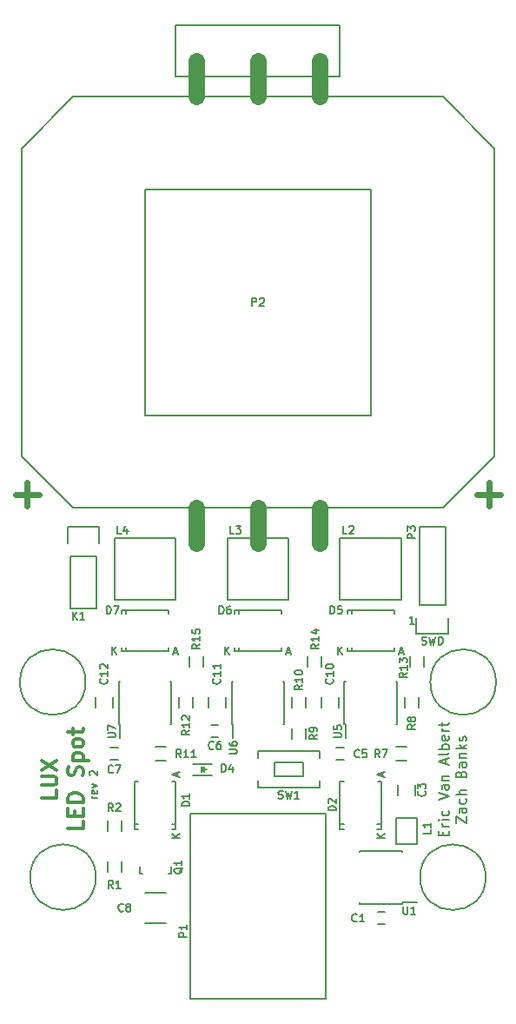
<source format=gto>
G04 #@! TF.FileFunction,Legend,Top*
%FSLAX46Y46*%
G04 Gerber Fmt 4.6, Leading zero omitted, Abs format (unit mm)*
G04 Created by KiCad (PCBNEW 4.0.7) date Sun Apr  1 13:56:06 2018*
%MOMM*%
%LPD*%
G01*
G04 APERTURE LIST*
%ADD10C,0.150000*%
%ADD11C,0.130000*%
%ADD12C,0.200000*%
%ADD13C,0.300000*%
%ADD14C,0.600000*%
%ADD15C,1.600000*%
G04 APERTURE END LIST*
D10*
D11*
X159344714Y-191324427D02*
X158836714Y-191324427D01*
X158981857Y-191324427D02*
X158909286Y-191288142D01*
X158873000Y-191251856D01*
X158836714Y-191179285D01*
X158836714Y-191106713D01*
X159308429Y-190562428D02*
X159344714Y-190634999D01*
X159344714Y-190780142D01*
X159308429Y-190852713D01*
X159235857Y-190888999D01*
X158945571Y-190888999D01*
X158873000Y-190852713D01*
X158836714Y-190780142D01*
X158836714Y-190634999D01*
X158873000Y-190562428D01*
X158945571Y-190526142D01*
X159018143Y-190526142D01*
X159090714Y-190888999D01*
X158836714Y-190272142D02*
X159344714Y-190090713D01*
X158836714Y-189909285D01*
X158655286Y-189074714D02*
X158619000Y-189038428D01*
X158582714Y-188965857D01*
X158582714Y-188784428D01*
X158619000Y-188711857D01*
X158655286Y-188675571D01*
X158727857Y-188639286D01*
X158800429Y-188639286D01*
X158909286Y-188675571D01*
X159344714Y-189111000D01*
X159344714Y-188639286D01*
D12*
X193078571Y-194952382D02*
X193078571Y-194619048D01*
X193602381Y-194476191D02*
X193602381Y-194952382D01*
X192602381Y-194952382D01*
X192602381Y-194476191D01*
X193602381Y-194047620D02*
X192935714Y-194047620D01*
X193126190Y-194047620D02*
X193030952Y-194000001D01*
X192983333Y-193952382D01*
X192935714Y-193857144D01*
X192935714Y-193761905D01*
X193602381Y-193428572D02*
X192935714Y-193428572D01*
X192602381Y-193428572D02*
X192650000Y-193476191D01*
X192697619Y-193428572D01*
X192650000Y-193380953D01*
X192602381Y-193428572D01*
X192697619Y-193428572D01*
X193554762Y-192523810D02*
X193602381Y-192619048D01*
X193602381Y-192809525D01*
X193554762Y-192904763D01*
X193507143Y-192952382D01*
X193411905Y-193000001D01*
X193126190Y-193000001D01*
X193030952Y-192952382D01*
X192983333Y-192904763D01*
X192935714Y-192809525D01*
X192935714Y-192619048D01*
X192983333Y-192523810D01*
X192602381Y-191476191D02*
X193602381Y-191142858D01*
X192602381Y-190809524D01*
X193602381Y-190047619D02*
X193078571Y-190047619D01*
X192983333Y-190095238D01*
X192935714Y-190190476D01*
X192935714Y-190380953D01*
X192983333Y-190476191D01*
X193554762Y-190047619D02*
X193602381Y-190142857D01*
X193602381Y-190380953D01*
X193554762Y-190476191D01*
X193459524Y-190523810D01*
X193364286Y-190523810D01*
X193269048Y-190476191D01*
X193221429Y-190380953D01*
X193221429Y-190142857D01*
X193173810Y-190047619D01*
X192935714Y-189571429D02*
X193602381Y-189571429D01*
X193030952Y-189571429D02*
X192983333Y-189523810D01*
X192935714Y-189428572D01*
X192935714Y-189285714D01*
X192983333Y-189190476D01*
X193078571Y-189142857D01*
X193602381Y-189142857D01*
X193316667Y-187952381D02*
X193316667Y-187476190D01*
X193602381Y-188047619D02*
X192602381Y-187714286D01*
X193602381Y-187380952D01*
X193602381Y-186904762D02*
X193554762Y-187000000D01*
X193459524Y-187047619D01*
X192602381Y-187047619D01*
X193602381Y-186523809D02*
X192602381Y-186523809D01*
X192983333Y-186523809D02*
X192935714Y-186428571D01*
X192935714Y-186238094D01*
X192983333Y-186142856D01*
X193030952Y-186095237D01*
X193126190Y-186047618D01*
X193411905Y-186047618D01*
X193507143Y-186095237D01*
X193554762Y-186142856D01*
X193602381Y-186238094D01*
X193602381Y-186428571D01*
X193554762Y-186523809D01*
X193554762Y-185238094D02*
X193602381Y-185333332D01*
X193602381Y-185523809D01*
X193554762Y-185619047D01*
X193459524Y-185666666D01*
X193078571Y-185666666D01*
X192983333Y-185619047D01*
X192935714Y-185523809D01*
X192935714Y-185333332D01*
X192983333Y-185238094D01*
X193078571Y-185190475D01*
X193173810Y-185190475D01*
X193269048Y-185666666D01*
X193602381Y-184761904D02*
X192935714Y-184761904D01*
X193126190Y-184761904D02*
X193030952Y-184714285D01*
X192983333Y-184666666D01*
X192935714Y-184571428D01*
X192935714Y-184476189D01*
X192935714Y-184285713D02*
X192935714Y-183904761D01*
X192602381Y-184142856D02*
X193459524Y-184142856D01*
X193554762Y-184095237D01*
X193602381Y-183999999D01*
X193602381Y-183904761D01*
X194302381Y-193761905D02*
X194302381Y-193095238D01*
X195302381Y-193761905D01*
X195302381Y-193095238D01*
X195302381Y-192285714D02*
X194778571Y-192285714D01*
X194683333Y-192333333D01*
X194635714Y-192428571D01*
X194635714Y-192619048D01*
X194683333Y-192714286D01*
X195254762Y-192285714D02*
X195302381Y-192380952D01*
X195302381Y-192619048D01*
X195254762Y-192714286D01*
X195159524Y-192761905D01*
X195064286Y-192761905D01*
X194969048Y-192714286D01*
X194921429Y-192619048D01*
X194921429Y-192380952D01*
X194873810Y-192285714D01*
X195254762Y-191380952D02*
X195302381Y-191476190D01*
X195302381Y-191666667D01*
X195254762Y-191761905D01*
X195207143Y-191809524D01*
X195111905Y-191857143D01*
X194826190Y-191857143D01*
X194730952Y-191809524D01*
X194683333Y-191761905D01*
X194635714Y-191666667D01*
X194635714Y-191476190D01*
X194683333Y-191380952D01*
X195302381Y-190952381D02*
X194302381Y-190952381D01*
X195302381Y-190523809D02*
X194778571Y-190523809D01*
X194683333Y-190571428D01*
X194635714Y-190666666D01*
X194635714Y-190809524D01*
X194683333Y-190904762D01*
X194730952Y-190952381D01*
X194778571Y-188952380D02*
X194826190Y-188809523D01*
X194873810Y-188761904D01*
X194969048Y-188714285D01*
X195111905Y-188714285D01*
X195207143Y-188761904D01*
X195254762Y-188809523D01*
X195302381Y-188904761D01*
X195302381Y-189285714D01*
X194302381Y-189285714D01*
X194302381Y-188952380D01*
X194350000Y-188857142D01*
X194397619Y-188809523D01*
X194492857Y-188761904D01*
X194588095Y-188761904D01*
X194683333Y-188809523D01*
X194730952Y-188857142D01*
X194778571Y-188952380D01*
X194778571Y-189285714D01*
X195302381Y-187857142D02*
X194778571Y-187857142D01*
X194683333Y-187904761D01*
X194635714Y-187999999D01*
X194635714Y-188190476D01*
X194683333Y-188285714D01*
X195254762Y-187857142D02*
X195302381Y-187952380D01*
X195302381Y-188190476D01*
X195254762Y-188285714D01*
X195159524Y-188333333D01*
X195064286Y-188333333D01*
X194969048Y-188285714D01*
X194921429Y-188190476D01*
X194921429Y-187952380D01*
X194873810Y-187857142D01*
X194635714Y-187380952D02*
X195302381Y-187380952D01*
X194730952Y-187380952D02*
X194683333Y-187333333D01*
X194635714Y-187238095D01*
X194635714Y-187095237D01*
X194683333Y-186999999D01*
X194778571Y-186952380D01*
X195302381Y-186952380D01*
X195302381Y-186476190D02*
X194302381Y-186476190D01*
X194921429Y-186380952D02*
X195302381Y-186095237D01*
X194635714Y-186095237D02*
X195016667Y-186476190D01*
X195254762Y-185714285D02*
X195302381Y-185619047D01*
X195302381Y-185428571D01*
X195254762Y-185333332D01*
X195159524Y-185285713D01*
X195111905Y-185285713D01*
X195016667Y-185333332D01*
X194969048Y-185428571D01*
X194969048Y-185571428D01*
X194921429Y-185666666D01*
X194826190Y-185714285D01*
X194778571Y-185714285D01*
X194683333Y-185666666D01*
X194635714Y-185571428D01*
X194635714Y-185428571D01*
X194683333Y-185333332D01*
D13*
X155403571Y-190535714D02*
X155403571Y-191250000D01*
X153903571Y-191250000D01*
X153903571Y-190035714D02*
X155117857Y-190035714D01*
X155260714Y-189964286D01*
X155332143Y-189892857D01*
X155403571Y-189750000D01*
X155403571Y-189464286D01*
X155332143Y-189321428D01*
X155260714Y-189250000D01*
X155117857Y-189178571D01*
X153903571Y-189178571D01*
X153903571Y-188607142D02*
X155403571Y-187607142D01*
X153903571Y-187607142D02*
X155403571Y-188607142D01*
X157953571Y-193535714D02*
X157953571Y-194250000D01*
X156453571Y-194250000D01*
X157167857Y-193035714D02*
X157167857Y-192535714D01*
X157953571Y-192321428D02*
X157953571Y-193035714D01*
X156453571Y-193035714D01*
X156453571Y-192321428D01*
X157953571Y-191678571D02*
X156453571Y-191678571D01*
X156453571Y-191321428D01*
X156525000Y-191107143D01*
X156667857Y-190964285D01*
X156810714Y-190892857D01*
X157096429Y-190821428D01*
X157310714Y-190821428D01*
X157596429Y-190892857D01*
X157739286Y-190964285D01*
X157882143Y-191107143D01*
X157953571Y-191321428D01*
X157953571Y-191678571D01*
X157882143Y-189107143D02*
X157953571Y-188892857D01*
X157953571Y-188535714D01*
X157882143Y-188392857D01*
X157810714Y-188321428D01*
X157667857Y-188250000D01*
X157525000Y-188250000D01*
X157382143Y-188321428D01*
X157310714Y-188392857D01*
X157239286Y-188535714D01*
X157167857Y-188821428D01*
X157096429Y-188964286D01*
X157025000Y-189035714D01*
X156882143Y-189107143D01*
X156739286Y-189107143D01*
X156596429Y-189035714D01*
X156525000Y-188964286D01*
X156453571Y-188821428D01*
X156453571Y-188464286D01*
X156525000Y-188250000D01*
X156953571Y-187607143D02*
X158453571Y-187607143D01*
X157025000Y-187607143D02*
X156953571Y-187464286D01*
X156953571Y-187178572D01*
X157025000Y-187035715D01*
X157096429Y-186964286D01*
X157239286Y-186892857D01*
X157667857Y-186892857D01*
X157810714Y-186964286D01*
X157882143Y-187035715D01*
X157953571Y-187178572D01*
X157953571Y-187464286D01*
X157882143Y-187607143D01*
X157953571Y-186035714D02*
X157882143Y-186178572D01*
X157810714Y-186250000D01*
X157667857Y-186321429D01*
X157239286Y-186321429D01*
X157096429Y-186250000D01*
X157025000Y-186178572D01*
X156953571Y-186035714D01*
X156953571Y-185821429D01*
X157025000Y-185678572D01*
X157096429Y-185607143D01*
X157239286Y-185535714D01*
X157667857Y-185535714D01*
X157810714Y-185607143D01*
X157882143Y-185678572D01*
X157953571Y-185821429D01*
X157953571Y-186035714D01*
X156953571Y-185107143D02*
X156953571Y-184535714D01*
X156453571Y-184892857D02*
X157739286Y-184892857D01*
X157882143Y-184821429D01*
X157953571Y-184678571D01*
X157953571Y-184535714D01*
D14*
X151357143Y-161714286D02*
X153642857Y-161714286D01*
X152500000Y-162857143D02*
X152500000Y-160571429D01*
X196357143Y-161714286D02*
X198642857Y-161714286D01*
X197500000Y-162857143D02*
X197500000Y-160571429D01*
D11*
X190217714Y-174344714D02*
X189782286Y-174344714D01*
X190000000Y-174344714D02*
X190000000Y-173582714D01*
X189927429Y-173691571D01*
X189854857Y-173764143D01*
X189782286Y-173800429D01*
X190965858Y-176308429D02*
X191074715Y-176344714D01*
X191256144Y-176344714D01*
X191328715Y-176308429D01*
X191365001Y-176272143D01*
X191401286Y-176199571D01*
X191401286Y-176127000D01*
X191365001Y-176054429D01*
X191328715Y-176018143D01*
X191256144Y-175981857D01*
X191111001Y-175945571D01*
X191038429Y-175909286D01*
X191002144Y-175873000D01*
X190965858Y-175800429D01*
X190965858Y-175727857D01*
X191002144Y-175655286D01*
X191038429Y-175619000D01*
X191111001Y-175582714D01*
X191292429Y-175582714D01*
X191401286Y-175619000D01*
X191655286Y-175582714D02*
X191836715Y-176344714D01*
X191981858Y-175800429D01*
X192127000Y-176344714D01*
X192308429Y-175582714D01*
X192598715Y-176344714D02*
X192598715Y-175582714D01*
X192780143Y-175582714D01*
X192889000Y-175619000D01*
X192961572Y-175691571D01*
X192997857Y-175764143D01*
X193034143Y-175909286D01*
X193034143Y-176018143D01*
X192997857Y-176163286D01*
X192961572Y-176235857D01*
X192889000Y-176308429D01*
X192780143Y-176344714D01*
X192598715Y-176344714D01*
D10*
X183000000Y-121000000D02*
X183000000Y-116000000D01*
X183000000Y-116000000D02*
X167000000Y-116000000D01*
X183000000Y-121000000D02*
X167000000Y-121000000D01*
X167000000Y-121000000D02*
X167000000Y-116000000D01*
D15*
X181000000Y-119500000D02*
X181000000Y-123000000D01*
X175000000Y-119500000D02*
X175000000Y-123000000D01*
X169000000Y-119500000D02*
X169000000Y-123000000D01*
X169000000Y-163000000D02*
X169000000Y-166500000D01*
X175000000Y-163000000D02*
X175000000Y-166500000D01*
X181000000Y-163000000D02*
X181000000Y-166500000D01*
D10*
X164000000Y-154000000D02*
X186000000Y-154000000D01*
X186000000Y-154000000D02*
X186000000Y-132000000D01*
X186000000Y-132000000D02*
X164000000Y-132000000D01*
X164000000Y-132000000D02*
X164000000Y-154000000D01*
X198000000Y-158000000D02*
X198000000Y-128000000D01*
X198000000Y-158000000D02*
X193000000Y-163000000D01*
X157000000Y-123000000D02*
X193000000Y-123000000D01*
X152000000Y-158000000D02*
X152000000Y-128000000D01*
X193000000Y-163000000D02*
X157000000Y-163000000D01*
X157000000Y-163000000D02*
X152000000Y-158000000D01*
X198000000Y-128000000D02*
X193000000Y-123000000D01*
X152000000Y-128000000D02*
X157000000Y-123000000D01*
X159200000Y-199000000D02*
G75*
G03X159200000Y-199000000I-3200000J0D01*
G01*
X197200000Y-199000000D02*
G75*
G03X197200000Y-199000000I-3200000J0D01*
G01*
X198200000Y-180000000D02*
G75*
G03X198200000Y-180000000I-3200000J0D01*
G01*
X158200000Y-180000000D02*
G75*
G03X158200000Y-180000000I-3200000J0D01*
G01*
X186650000Y-202400000D02*
X187350000Y-202400000D01*
X187350000Y-203600000D02*
X186650000Y-203600000D01*
X190350000Y-191000000D02*
X190350000Y-190000000D01*
X188650000Y-190000000D02*
X188650000Y-191000000D01*
X182650000Y-186400000D02*
X183350000Y-186400000D01*
X183350000Y-187600000D02*
X182650000Y-187600000D01*
X171100000Y-185400000D02*
X170400000Y-185400000D01*
X170400000Y-184200000D02*
X171100000Y-184200000D01*
X160650000Y-186400000D02*
X161350000Y-186400000D01*
X161350000Y-187600000D02*
X160650000Y-187600000D01*
X166000000Y-200525000D02*
X164000000Y-200525000D01*
X164000000Y-203475000D02*
X166000000Y-203475000D01*
X182850000Y-182500000D02*
X182850000Y-181500000D01*
X181150000Y-181500000D02*
X181150000Y-182500000D01*
X171850000Y-182500000D02*
X171850000Y-181500000D01*
X170150000Y-181500000D02*
X170150000Y-182500000D01*
X160850000Y-182500000D02*
X160850000Y-181500000D01*
X159150000Y-181500000D02*
X159150000Y-182500000D01*
X166800000Y-194306320D02*
X166600200Y-194306320D01*
X166750000Y-193849280D02*
X166601000Y-193849280D01*
X166800000Y-189703840D02*
X166651000Y-189703840D01*
X163200000Y-194301240D02*
X163349000Y-194301240D01*
X163200000Y-193849280D02*
X163349000Y-193849280D01*
X163200000Y-189698760D02*
X163349000Y-189698760D01*
X166948980Y-193849280D02*
X166750860Y-193849280D01*
X163001020Y-193849280D02*
X163199140Y-193849280D01*
X166996440Y-189703840D02*
X166798320Y-189703840D01*
X166996440Y-194306320D02*
X166996440Y-189703840D01*
X166996440Y-194306320D02*
X166798320Y-194306320D01*
X163001020Y-194301240D02*
X163199140Y-194301240D01*
X163001020Y-194301240D02*
X163001020Y-189698760D01*
X163001020Y-189698760D02*
X163199140Y-189698760D01*
X186800000Y-194306320D02*
X186600200Y-194306320D01*
X186750000Y-193849280D02*
X186601000Y-193849280D01*
X186800000Y-189703840D02*
X186651000Y-189703840D01*
X183200000Y-194301240D02*
X183349000Y-194301240D01*
X183200000Y-193849280D02*
X183349000Y-193849280D01*
X183200000Y-189698760D02*
X183349000Y-189698760D01*
X186948980Y-193849280D02*
X186750860Y-193849280D01*
X183001020Y-193849280D02*
X183199140Y-193849280D01*
X186996440Y-189703840D02*
X186798320Y-189703840D01*
X186996440Y-194306320D02*
X186996440Y-189703840D01*
X186996440Y-194306320D02*
X186798320Y-194306320D01*
X183001020Y-194301240D02*
X183199140Y-194301240D01*
X183001020Y-194301240D02*
X183001020Y-189698760D01*
X183001020Y-189698760D02*
X183199140Y-189698760D01*
X168649300Y-189050000D02*
X170549300Y-189050000D01*
X168649300Y-187950000D02*
X170549300Y-187950000D01*
X169549300Y-188500000D02*
X169999300Y-188500000D01*
X169499300Y-188250000D02*
X169499300Y-188750000D01*
X169499300Y-188500000D02*
X169749300Y-188250000D01*
X169749300Y-188250000D02*
X169749300Y-188750000D01*
X169749300Y-188750000D02*
X169499300Y-188500000D01*
X183693680Y-176800000D02*
X183693680Y-176600200D01*
X184150720Y-176750000D02*
X184150720Y-176601000D01*
X188296160Y-176800000D02*
X188296160Y-176651000D01*
X183698760Y-173200000D02*
X183698760Y-173349000D01*
X184150720Y-173200000D02*
X184150720Y-173349000D01*
X188301240Y-173200000D02*
X188301240Y-173349000D01*
X184150720Y-176948980D02*
X184150720Y-176750860D01*
X184150720Y-173001020D02*
X184150720Y-173199140D01*
X188296160Y-176996440D02*
X188296160Y-176798320D01*
X183693680Y-176996440D02*
X188296160Y-176996440D01*
X183693680Y-176996440D02*
X183693680Y-176798320D01*
X183698760Y-173001020D02*
X183698760Y-173199140D01*
X183698760Y-173001020D02*
X188301240Y-173001020D01*
X188301240Y-173001020D02*
X188301240Y-173199140D01*
X172693680Y-176800000D02*
X172693680Y-176600200D01*
X173150720Y-176750000D02*
X173150720Y-176601000D01*
X177296160Y-176800000D02*
X177296160Y-176651000D01*
X172698760Y-173200000D02*
X172698760Y-173349000D01*
X173150720Y-173200000D02*
X173150720Y-173349000D01*
X177301240Y-173200000D02*
X177301240Y-173349000D01*
X173150720Y-176948980D02*
X173150720Y-176750860D01*
X173150720Y-173001020D02*
X173150720Y-173199140D01*
X177296160Y-176996440D02*
X177296160Y-176798320D01*
X172693680Y-176996440D02*
X177296160Y-176996440D01*
X172693680Y-176996440D02*
X172693680Y-176798320D01*
X172698760Y-173001020D02*
X172698760Y-173199140D01*
X172698760Y-173001020D02*
X177301240Y-173001020D01*
X177301240Y-173001020D02*
X177301240Y-173199140D01*
X161693680Y-176800000D02*
X161693680Y-176600200D01*
X162150720Y-176750000D02*
X162150720Y-176601000D01*
X166296160Y-176800000D02*
X166296160Y-176651000D01*
X161698760Y-173200000D02*
X161698760Y-173349000D01*
X162150720Y-173200000D02*
X162150720Y-173349000D01*
X166301240Y-173200000D02*
X166301240Y-173349000D01*
X162150720Y-176948980D02*
X162150720Y-176750860D01*
X162150720Y-173001020D02*
X162150720Y-173199140D01*
X166296160Y-176996440D02*
X166296160Y-176798320D01*
X161693680Y-176996440D02*
X166296160Y-176996440D01*
X161693680Y-176996440D02*
X161693680Y-176798320D01*
X161698760Y-173001020D02*
X161698760Y-173199140D01*
X161698760Y-173001020D02*
X166301240Y-173001020D01*
X166301240Y-173001020D02*
X166301240Y-173199140D01*
X156730000Y-167730000D02*
X156730000Y-172810000D01*
X156730000Y-172810000D02*
X159270000Y-172810000D01*
X159270000Y-172810000D02*
X159270000Y-167730000D01*
X159550000Y-164910000D02*
X159550000Y-166460000D01*
X159270000Y-167730000D02*
X156730000Y-167730000D01*
X156450000Y-166460000D02*
X156450000Y-164910000D01*
X156450000Y-164910000D02*
X159550000Y-164910000D01*
X188500000Y-193250000D02*
X190500000Y-193250000D01*
X190500000Y-193250000D02*
X190500000Y-195750000D01*
X190500000Y-195750000D02*
X188500000Y-195750000D01*
X188500000Y-195750000D02*
X188500000Y-193250000D01*
X183000000Y-166000000D02*
X189000000Y-166000000D01*
X189000000Y-166000000D02*
X189000000Y-172000000D01*
X189000000Y-172000000D02*
X183000000Y-172000000D01*
X183000000Y-172000000D02*
X183000000Y-166000000D01*
X172000000Y-166000000D02*
X178000000Y-166000000D01*
X178000000Y-166000000D02*
X178000000Y-172000000D01*
X178000000Y-172000000D02*
X172000000Y-172000000D01*
X172000000Y-172000000D02*
X172000000Y-166000000D01*
X161000000Y-166000000D02*
X167000000Y-166000000D01*
X167000000Y-166000000D02*
X167000000Y-172000000D01*
X167000000Y-172000000D02*
X161000000Y-172000000D01*
X161000000Y-172000000D02*
X161000000Y-166000000D01*
X168400000Y-192840000D02*
X181600000Y-192840000D01*
X181600000Y-192840000D02*
X181600000Y-210850000D01*
X181600000Y-210850000D02*
X168400000Y-210850000D01*
X168400000Y-210850000D02*
X168400000Y-192840000D01*
X193270000Y-172480000D02*
X193270000Y-164860000D01*
X190730000Y-172480000D02*
X190730000Y-164860000D01*
X190450000Y-175300000D02*
X190450000Y-173750000D01*
X193270000Y-164860000D02*
X190730000Y-164860000D01*
X190730000Y-172480000D02*
X193270000Y-172480000D01*
X193550000Y-173750000D02*
X193550000Y-175300000D01*
X193550000Y-175300000D02*
X190450000Y-175300000D01*
X163700840Y-198650240D02*
X163749100Y-198650240D01*
X166499820Y-197949200D02*
X166499820Y-198650240D01*
X166499820Y-198650240D02*
X166250900Y-198650240D01*
X163700840Y-198650240D02*
X163500180Y-198650240D01*
X163500180Y-198650240D02*
X163500180Y-197949200D01*
X160325000Y-198500000D02*
X160325000Y-197500000D01*
X161675000Y-197500000D02*
X161675000Y-198500000D01*
X161675000Y-193500000D02*
X161675000Y-194500000D01*
X160325000Y-194500000D02*
X160325000Y-193500000D01*
X188500000Y-186325000D02*
X189500000Y-186325000D01*
X189500000Y-187675000D02*
X188500000Y-187675000D01*
X190675000Y-181500000D02*
X190675000Y-182500000D01*
X189325000Y-182500000D02*
X189325000Y-181500000D01*
X178325000Y-185500000D02*
X178325000Y-184500000D01*
X179675000Y-184500000D02*
X179675000Y-185500000D01*
X179675000Y-181500000D02*
X179675000Y-182500000D01*
X178325000Y-182500000D02*
X178325000Y-181500000D01*
X165000000Y-186325000D02*
X166000000Y-186325000D01*
X166000000Y-187675000D02*
X165000000Y-187675000D01*
X168675000Y-181500000D02*
X168675000Y-182500000D01*
X167325000Y-182500000D02*
X167325000Y-181500000D01*
X189825000Y-178500000D02*
X189825000Y-177500000D01*
X191175000Y-177500000D02*
X191175000Y-178500000D01*
X179825000Y-178500000D02*
X179825000Y-177500000D01*
X181175000Y-177500000D02*
X181175000Y-178500000D01*
X168325000Y-178500000D02*
X168325000Y-177500000D01*
X169675000Y-177500000D02*
X169675000Y-178500000D01*
X179400000Y-189200000D02*
X176600000Y-189200000D01*
X176600000Y-189200000D02*
X176600000Y-187800000D01*
X176600000Y-187800000D02*
X179400000Y-187800000D01*
X179400000Y-187800000D02*
X179400000Y-189200000D01*
X175000000Y-190250000D02*
X175000000Y-189600000D01*
X175000000Y-186750000D02*
X175000000Y-187400000D01*
X181000000Y-187400000D02*
X181000000Y-186750000D01*
X181000000Y-190250000D02*
X181000000Y-189600000D01*
X175000000Y-190250000D02*
X181000000Y-190250000D01*
X181000000Y-186750000D02*
X175000000Y-186750000D01*
X189075000Y-201575000D02*
X189075000Y-201430000D01*
X184925000Y-201575000D02*
X184925000Y-201430000D01*
X184925000Y-196425000D02*
X184925000Y-196570000D01*
X189075000Y-196425000D02*
X189075000Y-196570000D01*
X189075000Y-201575000D02*
X184925000Y-201575000D01*
X189075000Y-196425000D02*
X184925000Y-196425000D01*
X189075000Y-201430000D02*
X190475000Y-201430000D01*
X183425000Y-184075000D02*
X183570000Y-184075000D01*
X183425000Y-179925000D02*
X183570000Y-179925000D01*
X188575000Y-179925000D02*
X188430000Y-179925000D01*
X188575000Y-184075000D02*
X188430000Y-184075000D01*
X183425000Y-184075000D02*
X183425000Y-179925000D01*
X188575000Y-184075000D02*
X188575000Y-179925000D01*
X183570000Y-184075000D02*
X183570000Y-185475000D01*
X172425000Y-184075000D02*
X172570000Y-184075000D01*
X172425000Y-179925000D02*
X172570000Y-179925000D01*
X177575000Y-179925000D02*
X177430000Y-179925000D01*
X177575000Y-184075000D02*
X177430000Y-184075000D01*
X172425000Y-184075000D02*
X172425000Y-179925000D01*
X177575000Y-184075000D02*
X177575000Y-179925000D01*
X172570000Y-184075000D02*
X172570000Y-185475000D01*
X161425000Y-184075000D02*
X161570000Y-184075000D01*
X161425000Y-179925000D02*
X161570000Y-179925000D01*
X166575000Y-179925000D02*
X166430000Y-179925000D01*
X166575000Y-184075000D02*
X166430000Y-184075000D01*
X161425000Y-184075000D02*
X161425000Y-179925000D01*
X166575000Y-184075000D02*
X166575000Y-179925000D01*
X161570000Y-184075000D02*
X161570000Y-185475000D01*
D11*
X174437572Y-143344714D02*
X174437572Y-142582714D01*
X174727857Y-142582714D01*
X174800429Y-142619000D01*
X174836714Y-142655286D01*
X174873000Y-142727857D01*
X174873000Y-142836714D01*
X174836714Y-142909286D01*
X174800429Y-142945571D01*
X174727857Y-142981857D01*
X174437572Y-142981857D01*
X175163286Y-142655286D02*
X175199572Y-142619000D01*
X175272143Y-142582714D01*
X175453572Y-142582714D01*
X175526143Y-142619000D01*
X175562429Y-142655286D01*
X175598714Y-142727857D01*
X175598714Y-142800429D01*
X175562429Y-142909286D01*
X175127000Y-143344714D01*
X175598714Y-143344714D01*
X184623000Y-203272143D02*
X184586714Y-203308429D01*
X184477857Y-203344714D01*
X184405286Y-203344714D01*
X184296429Y-203308429D01*
X184223857Y-203235857D01*
X184187572Y-203163286D01*
X184151286Y-203018143D01*
X184151286Y-202909286D01*
X184187572Y-202764143D01*
X184223857Y-202691571D01*
X184296429Y-202619000D01*
X184405286Y-202582714D01*
X184477857Y-202582714D01*
X184586714Y-202619000D01*
X184623000Y-202655286D01*
X185348714Y-203344714D02*
X184913286Y-203344714D01*
X185131000Y-203344714D02*
X185131000Y-202582714D01*
X185058429Y-202691571D01*
X184985857Y-202764143D01*
X184913286Y-202800429D01*
X191272143Y-190627000D02*
X191308429Y-190663286D01*
X191344714Y-190772143D01*
X191344714Y-190844714D01*
X191308429Y-190953571D01*
X191235857Y-191026143D01*
X191163286Y-191062428D01*
X191018143Y-191098714D01*
X190909286Y-191098714D01*
X190764143Y-191062428D01*
X190691571Y-191026143D01*
X190619000Y-190953571D01*
X190582714Y-190844714D01*
X190582714Y-190772143D01*
X190619000Y-190663286D01*
X190655286Y-190627000D01*
X190582714Y-190373000D02*
X190582714Y-189901286D01*
X190873000Y-190155286D01*
X190873000Y-190046428D01*
X190909286Y-189973857D01*
X190945571Y-189937571D01*
X191018143Y-189901286D01*
X191199571Y-189901286D01*
X191272143Y-189937571D01*
X191308429Y-189973857D01*
X191344714Y-190046428D01*
X191344714Y-190264143D01*
X191308429Y-190336714D01*
X191272143Y-190373000D01*
X184873000Y-187272143D02*
X184836714Y-187308429D01*
X184727857Y-187344714D01*
X184655286Y-187344714D01*
X184546429Y-187308429D01*
X184473857Y-187235857D01*
X184437572Y-187163286D01*
X184401286Y-187018143D01*
X184401286Y-186909286D01*
X184437572Y-186764143D01*
X184473857Y-186691571D01*
X184546429Y-186619000D01*
X184655286Y-186582714D01*
X184727857Y-186582714D01*
X184836714Y-186619000D01*
X184873000Y-186655286D01*
X185562429Y-186582714D02*
X185199572Y-186582714D01*
X185163286Y-186945571D01*
X185199572Y-186909286D01*
X185272143Y-186873000D01*
X185453572Y-186873000D01*
X185526143Y-186909286D01*
X185562429Y-186945571D01*
X185598714Y-187018143D01*
X185598714Y-187199571D01*
X185562429Y-187272143D01*
X185526143Y-187308429D01*
X185453572Y-187344714D01*
X185272143Y-187344714D01*
X185199572Y-187308429D01*
X185163286Y-187272143D01*
X170673000Y-186472143D02*
X170636714Y-186508429D01*
X170527857Y-186544714D01*
X170455286Y-186544714D01*
X170346429Y-186508429D01*
X170273857Y-186435857D01*
X170237572Y-186363286D01*
X170201286Y-186218143D01*
X170201286Y-186109286D01*
X170237572Y-185964143D01*
X170273857Y-185891571D01*
X170346429Y-185819000D01*
X170455286Y-185782714D01*
X170527857Y-185782714D01*
X170636714Y-185819000D01*
X170673000Y-185855286D01*
X171326143Y-185782714D02*
X171181000Y-185782714D01*
X171108429Y-185819000D01*
X171072143Y-185855286D01*
X170999572Y-185964143D01*
X170963286Y-186109286D01*
X170963286Y-186399571D01*
X170999572Y-186472143D01*
X171035857Y-186508429D01*
X171108429Y-186544714D01*
X171253572Y-186544714D01*
X171326143Y-186508429D01*
X171362429Y-186472143D01*
X171398714Y-186399571D01*
X171398714Y-186218143D01*
X171362429Y-186145571D01*
X171326143Y-186109286D01*
X171253572Y-186073000D01*
X171108429Y-186073000D01*
X171035857Y-186109286D01*
X170999572Y-186145571D01*
X170963286Y-186218143D01*
X160873000Y-188772143D02*
X160836714Y-188808429D01*
X160727857Y-188844714D01*
X160655286Y-188844714D01*
X160546429Y-188808429D01*
X160473857Y-188735857D01*
X160437572Y-188663286D01*
X160401286Y-188518143D01*
X160401286Y-188409286D01*
X160437572Y-188264143D01*
X160473857Y-188191571D01*
X160546429Y-188119000D01*
X160655286Y-188082714D01*
X160727857Y-188082714D01*
X160836714Y-188119000D01*
X160873000Y-188155286D01*
X161127000Y-188082714D02*
X161635000Y-188082714D01*
X161308429Y-188844714D01*
X161873000Y-202272143D02*
X161836714Y-202308429D01*
X161727857Y-202344714D01*
X161655286Y-202344714D01*
X161546429Y-202308429D01*
X161473857Y-202235857D01*
X161437572Y-202163286D01*
X161401286Y-202018143D01*
X161401286Y-201909286D01*
X161437572Y-201764143D01*
X161473857Y-201691571D01*
X161546429Y-201619000D01*
X161655286Y-201582714D01*
X161727857Y-201582714D01*
X161836714Y-201619000D01*
X161873000Y-201655286D01*
X162308429Y-201909286D02*
X162235857Y-201873000D01*
X162199572Y-201836714D01*
X162163286Y-201764143D01*
X162163286Y-201727857D01*
X162199572Y-201655286D01*
X162235857Y-201619000D01*
X162308429Y-201582714D01*
X162453572Y-201582714D01*
X162526143Y-201619000D01*
X162562429Y-201655286D01*
X162598714Y-201727857D01*
X162598714Y-201764143D01*
X162562429Y-201836714D01*
X162526143Y-201873000D01*
X162453572Y-201909286D01*
X162308429Y-201909286D01*
X162235857Y-201945571D01*
X162199572Y-201981857D01*
X162163286Y-202054429D01*
X162163286Y-202199571D01*
X162199572Y-202272143D01*
X162235857Y-202308429D01*
X162308429Y-202344714D01*
X162453572Y-202344714D01*
X162526143Y-202308429D01*
X162562429Y-202272143D01*
X162598714Y-202199571D01*
X162598714Y-202054429D01*
X162562429Y-201981857D01*
X162526143Y-201945571D01*
X162453572Y-201909286D01*
X182272143Y-179689857D02*
X182308429Y-179726143D01*
X182344714Y-179835000D01*
X182344714Y-179907571D01*
X182308429Y-180016428D01*
X182235857Y-180089000D01*
X182163286Y-180125285D01*
X182018143Y-180161571D01*
X181909286Y-180161571D01*
X181764143Y-180125285D01*
X181691571Y-180089000D01*
X181619000Y-180016428D01*
X181582714Y-179907571D01*
X181582714Y-179835000D01*
X181619000Y-179726143D01*
X181655286Y-179689857D01*
X182344714Y-178964143D02*
X182344714Y-179399571D01*
X182344714Y-179181857D02*
X181582714Y-179181857D01*
X181691571Y-179254428D01*
X181764143Y-179327000D01*
X181800429Y-179399571D01*
X181582714Y-178492429D02*
X181582714Y-178419857D01*
X181619000Y-178347286D01*
X181655286Y-178311000D01*
X181727857Y-178274714D01*
X181873000Y-178238429D01*
X182054429Y-178238429D01*
X182199571Y-178274714D01*
X182272143Y-178311000D01*
X182308429Y-178347286D01*
X182344714Y-178419857D01*
X182344714Y-178492429D01*
X182308429Y-178565000D01*
X182272143Y-178601286D01*
X182199571Y-178637571D01*
X182054429Y-178673857D01*
X181873000Y-178673857D01*
X181727857Y-178637571D01*
X181655286Y-178601286D01*
X181619000Y-178565000D01*
X181582714Y-178492429D01*
X171272143Y-179689857D02*
X171308429Y-179726143D01*
X171344714Y-179835000D01*
X171344714Y-179907571D01*
X171308429Y-180016428D01*
X171235857Y-180089000D01*
X171163286Y-180125285D01*
X171018143Y-180161571D01*
X170909286Y-180161571D01*
X170764143Y-180125285D01*
X170691571Y-180089000D01*
X170619000Y-180016428D01*
X170582714Y-179907571D01*
X170582714Y-179835000D01*
X170619000Y-179726143D01*
X170655286Y-179689857D01*
X171344714Y-178964143D02*
X171344714Y-179399571D01*
X171344714Y-179181857D02*
X170582714Y-179181857D01*
X170691571Y-179254428D01*
X170764143Y-179327000D01*
X170800429Y-179399571D01*
X171344714Y-178238429D02*
X171344714Y-178673857D01*
X171344714Y-178456143D02*
X170582714Y-178456143D01*
X170691571Y-178528714D01*
X170764143Y-178601286D01*
X170800429Y-178673857D01*
X160272143Y-179689857D02*
X160308429Y-179726143D01*
X160344714Y-179835000D01*
X160344714Y-179907571D01*
X160308429Y-180016428D01*
X160235857Y-180089000D01*
X160163286Y-180125285D01*
X160018143Y-180161571D01*
X159909286Y-180161571D01*
X159764143Y-180125285D01*
X159691571Y-180089000D01*
X159619000Y-180016428D01*
X159582714Y-179907571D01*
X159582714Y-179835000D01*
X159619000Y-179726143D01*
X159655286Y-179689857D01*
X160344714Y-178964143D02*
X160344714Y-179399571D01*
X160344714Y-179181857D02*
X159582714Y-179181857D01*
X159691571Y-179254428D01*
X159764143Y-179327000D01*
X159800429Y-179399571D01*
X159655286Y-178673857D02*
X159619000Y-178637571D01*
X159582714Y-178565000D01*
X159582714Y-178383571D01*
X159619000Y-178311000D01*
X159655286Y-178274714D01*
X159727857Y-178238429D01*
X159800429Y-178238429D01*
X159909286Y-178274714D01*
X160344714Y-178710143D01*
X160344714Y-178238429D01*
X168344714Y-192062428D02*
X167582714Y-192062428D01*
X167582714Y-191881000D01*
X167619000Y-191772143D01*
X167691571Y-191699571D01*
X167764143Y-191663286D01*
X167909286Y-191627000D01*
X168018143Y-191627000D01*
X168163286Y-191663286D01*
X168235857Y-191699571D01*
X168308429Y-191772143D01*
X168344714Y-191881000D01*
X168344714Y-192062428D01*
X168344714Y-190901286D02*
X168344714Y-191336714D01*
X168344714Y-191119000D02*
X167582714Y-191119000D01*
X167691571Y-191191571D01*
X167764143Y-191264143D01*
X167800429Y-191336714D01*
X167344714Y-195199571D02*
X166582714Y-195199571D01*
X167344714Y-194764143D02*
X166909286Y-195090714D01*
X166582714Y-194764143D02*
X167018143Y-195199571D01*
X167127000Y-189181428D02*
X167127000Y-188818571D01*
X167344714Y-189254000D02*
X166582714Y-189000000D01*
X167344714Y-188746000D01*
X182594714Y-192512428D02*
X181832714Y-192512428D01*
X181832714Y-192331000D01*
X181869000Y-192222143D01*
X181941571Y-192149571D01*
X182014143Y-192113286D01*
X182159286Y-192077000D01*
X182268143Y-192077000D01*
X182413286Y-192113286D01*
X182485857Y-192149571D01*
X182558429Y-192222143D01*
X182594714Y-192331000D01*
X182594714Y-192512428D01*
X181905286Y-191786714D02*
X181869000Y-191750428D01*
X181832714Y-191677857D01*
X181832714Y-191496428D01*
X181869000Y-191423857D01*
X181905286Y-191387571D01*
X181977857Y-191351286D01*
X182050429Y-191351286D01*
X182159286Y-191387571D01*
X182594714Y-191823000D01*
X182594714Y-191351286D01*
X187344714Y-195199571D02*
X186582714Y-195199571D01*
X187344714Y-194764143D02*
X186909286Y-195090714D01*
X186582714Y-194764143D02*
X187018143Y-195199571D01*
X187127000Y-189181428D02*
X187127000Y-188818571D01*
X187344714Y-189254000D02*
X186582714Y-189000000D01*
X187344714Y-188746000D01*
X171437572Y-188744714D02*
X171437572Y-187982714D01*
X171619000Y-187982714D01*
X171727857Y-188019000D01*
X171800429Y-188091571D01*
X171836714Y-188164143D01*
X171873000Y-188309286D01*
X171873000Y-188418143D01*
X171836714Y-188563286D01*
X171800429Y-188635857D01*
X171727857Y-188708429D01*
X171619000Y-188744714D01*
X171437572Y-188744714D01*
X172526143Y-188236714D02*
X172526143Y-188744714D01*
X172344714Y-187946429D02*
X172163286Y-188490714D01*
X172635000Y-188490714D01*
X182037572Y-173344714D02*
X182037572Y-172582714D01*
X182219000Y-172582714D01*
X182327857Y-172619000D01*
X182400429Y-172691571D01*
X182436714Y-172764143D01*
X182473000Y-172909286D01*
X182473000Y-173018143D01*
X182436714Y-173163286D01*
X182400429Y-173235857D01*
X182327857Y-173308429D01*
X182219000Y-173344714D01*
X182037572Y-173344714D01*
X183162429Y-172582714D02*
X182799572Y-172582714D01*
X182763286Y-172945571D01*
X182799572Y-172909286D01*
X182872143Y-172873000D01*
X183053572Y-172873000D01*
X183126143Y-172909286D01*
X183162429Y-172945571D01*
X183198714Y-173018143D01*
X183198714Y-173199571D01*
X183162429Y-173272143D01*
X183126143Y-173308429D01*
X183053572Y-173344714D01*
X182872143Y-173344714D01*
X182799572Y-173308429D01*
X182763286Y-173272143D01*
X182800429Y-177344714D02*
X182800429Y-176582714D01*
X183235857Y-177344714D02*
X182909286Y-176909286D01*
X183235857Y-176582714D02*
X182800429Y-177018143D01*
X188818572Y-177127000D02*
X189181429Y-177127000D01*
X188746000Y-177344714D02*
X189000000Y-176582714D01*
X189254000Y-177344714D01*
X171237572Y-173344714D02*
X171237572Y-172582714D01*
X171419000Y-172582714D01*
X171527857Y-172619000D01*
X171600429Y-172691571D01*
X171636714Y-172764143D01*
X171673000Y-172909286D01*
X171673000Y-173018143D01*
X171636714Y-173163286D01*
X171600429Y-173235857D01*
X171527857Y-173308429D01*
X171419000Y-173344714D01*
X171237572Y-173344714D01*
X172326143Y-172582714D02*
X172181000Y-172582714D01*
X172108429Y-172619000D01*
X172072143Y-172655286D01*
X171999572Y-172764143D01*
X171963286Y-172909286D01*
X171963286Y-173199571D01*
X171999572Y-173272143D01*
X172035857Y-173308429D01*
X172108429Y-173344714D01*
X172253572Y-173344714D01*
X172326143Y-173308429D01*
X172362429Y-173272143D01*
X172398714Y-173199571D01*
X172398714Y-173018143D01*
X172362429Y-172945571D01*
X172326143Y-172909286D01*
X172253572Y-172873000D01*
X172108429Y-172873000D01*
X172035857Y-172909286D01*
X171999572Y-172945571D01*
X171963286Y-173018143D01*
X171800429Y-177344714D02*
X171800429Y-176582714D01*
X172235857Y-177344714D02*
X171909286Y-176909286D01*
X172235857Y-176582714D02*
X171800429Y-177018143D01*
X177818572Y-177127000D02*
X178181429Y-177127000D01*
X177746000Y-177344714D02*
X178000000Y-176582714D01*
X178254000Y-177344714D01*
X160237572Y-173344714D02*
X160237572Y-172582714D01*
X160419000Y-172582714D01*
X160527857Y-172619000D01*
X160600429Y-172691571D01*
X160636714Y-172764143D01*
X160673000Y-172909286D01*
X160673000Y-173018143D01*
X160636714Y-173163286D01*
X160600429Y-173235857D01*
X160527857Y-173308429D01*
X160419000Y-173344714D01*
X160237572Y-173344714D01*
X160927000Y-172582714D02*
X161435000Y-172582714D01*
X161108429Y-173344714D01*
X160800429Y-177344714D02*
X160800429Y-176582714D01*
X161235857Y-177344714D02*
X160909286Y-176909286D01*
X161235857Y-176582714D02*
X160800429Y-177018143D01*
X166818572Y-177127000D02*
X167181429Y-177127000D01*
X166746000Y-177344714D02*
X167000000Y-176582714D01*
X167254000Y-177344714D01*
X156937572Y-173904714D02*
X156937572Y-173142714D01*
X157373000Y-173904714D02*
X157046429Y-173469286D01*
X157373000Y-173142714D02*
X156937572Y-173578143D01*
X158098714Y-173904714D02*
X157663286Y-173904714D01*
X157881000Y-173904714D02*
X157881000Y-173142714D01*
X157808429Y-173251571D01*
X157735857Y-173324143D01*
X157663286Y-173360429D01*
X191844714Y-194376999D02*
X191844714Y-194739856D01*
X191082714Y-194739856D01*
X191844714Y-193723857D02*
X191844714Y-194159285D01*
X191844714Y-193941571D02*
X191082714Y-193941571D01*
X191191571Y-194014142D01*
X191264143Y-194086714D01*
X191300429Y-194159285D01*
X183673001Y-165544714D02*
X183310144Y-165544714D01*
X183310144Y-164782714D01*
X183890715Y-164855286D02*
X183927001Y-164819000D01*
X183999572Y-164782714D01*
X184181001Y-164782714D01*
X184253572Y-164819000D01*
X184289858Y-164855286D01*
X184326143Y-164927857D01*
X184326143Y-165000429D01*
X184289858Y-165109286D01*
X183854429Y-165544714D01*
X184326143Y-165544714D01*
X172673001Y-165544714D02*
X172310144Y-165544714D01*
X172310144Y-164782714D01*
X172854429Y-164782714D02*
X173326143Y-164782714D01*
X173072143Y-165073000D01*
X173181001Y-165073000D01*
X173253572Y-165109286D01*
X173289858Y-165145571D01*
X173326143Y-165218143D01*
X173326143Y-165399571D01*
X173289858Y-165472143D01*
X173253572Y-165508429D01*
X173181001Y-165544714D01*
X172963286Y-165544714D01*
X172890715Y-165508429D01*
X172854429Y-165472143D01*
X161673001Y-165544714D02*
X161310144Y-165544714D01*
X161310144Y-164782714D01*
X162253572Y-165036714D02*
X162253572Y-165544714D01*
X162072143Y-164746429D02*
X161890715Y-165290714D01*
X162362429Y-165290714D01*
X168094714Y-204812428D02*
X167332714Y-204812428D01*
X167332714Y-204522143D01*
X167369000Y-204449571D01*
X167405286Y-204413286D01*
X167477857Y-204377000D01*
X167586714Y-204377000D01*
X167659286Y-204413286D01*
X167695571Y-204449571D01*
X167731857Y-204522143D01*
X167731857Y-204812428D01*
X168094714Y-203651286D02*
X168094714Y-204086714D01*
X168094714Y-203869000D02*
X167332714Y-203869000D01*
X167441571Y-203941571D01*
X167514143Y-204014143D01*
X167550429Y-204086714D01*
X190344714Y-165962428D02*
X189582714Y-165962428D01*
X189582714Y-165672143D01*
X189619000Y-165599571D01*
X189655286Y-165563286D01*
X189727857Y-165527000D01*
X189836714Y-165527000D01*
X189909286Y-165563286D01*
X189945571Y-165599571D01*
X189981857Y-165672143D01*
X189981857Y-165962428D01*
X189582714Y-165273000D02*
X189582714Y-164801286D01*
X189873000Y-165055286D01*
X189873000Y-164946428D01*
X189909286Y-164873857D01*
X189945571Y-164837571D01*
X190018143Y-164801286D01*
X190199571Y-164801286D01*
X190272143Y-164837571D01*
X190308429Y-164873857D01*
X190344714Y-164946428D01*
X190344714Y-165164143D01*
X190308429Y-165236714D01*
X190272143Y-165273000D01*
X167667286Y-198072571D02*
X167631000Y-198145143D01*
X167558429Y-198217714D01*
X167449571Y-198326571D01*
X167413286Y-198399143D01*
X167413286Y-198471714D01*
X167594714Y-198435429D02*
X167558429Y-198508000D01*
X167485857Y-198580571D01*
X167340714Y-198616857D01*
X167086714Y-198616857D01*
X166941571Y-198580571D01*
X166869000Y-198508000D01*
X166832714Y-198435429D01*
X166832714Y-198290286D01*
X166869000Y-198217714D01*
X166941571Y-198145143D01*
X167086714Y-198108857D01*
X167340714Y-198108857D01*
X167485857Y-198145143D01*
X167558429Y-198217714D01*
X167594714Y-198290286D01*
X167594714Y-198435429D01*
X167594714Y-197383143D02*
X167594714Y-197818571D01*
X167594714Y-197600857D02*
X166832714Y-197600857D01*
X166941571Y-197673428D01*
X167014143Y-197746000D01*
X167050429Y-197818571D01*
X160873000Y-200094714D02*
X160619000Y-199731857D01*
X160437572Y-200094714D02*
X160437572Y-199332714D01*
X160727857Y-199332714D01*
X160800429Y-199369000D01*
X160836714Y-199405286D01*
X160873000Y-199477857D01*
X160873000Y-199586714D01*
X160836714Y-199659286D01*
X160800429Y-199695571D01*
X160727857Y-199731857D01*
X160437572Y-199731857D01*
X161598714Y-200094714D02*
X161163286Y-200094714D01*
X161381000Y-200094714D02*
X161381000Y-199332714D01*
X161308429Y-199441571D01*
X161235857Y-199514143D01*
X161163286Y-199550429D01*
X160873000Y-192594714D02*
X160619000Y-192231857D01*
X160437572Y-192594714D02*
X160437572Y-191832714D01*
X160727857Y-191832714D01*
X160800429Y-191869000D01*
X160836714Y-191905286D01*
X160873000Y-191977857D01*
X160873000Y-192086714D01*
X160836714Y-192159286D01*
X160800429Y-192195571D01*
X160727857Y-192231857D01*
X160437572Y-192231857D01*
X161163286Y-191905286D02*
X161199572Y-191869000D01*
X161272143Y-191832714D01*
X161453572Y-191832714D01*
X161526143Y-191869000D01*
X161562429Y-191905286D01*
X161598714Y-191977857D01*
X161598714Y-192050429D01*
X161562429Y-192159286D01*
X161127000Y-192594714D01*
X161598714Y-192594714D01*
X186873000Y-187344714D02*
X186619000Y-186981857D01*
X186437572Y-187344714D02*
X186437572Y-186582714D01*
X186727857Y-186582714D01*
X186800429Y-186619000D01*
X186836714Y-186655286D01*
X186873000Y-186727857D01*
X186873000Y-186836714D01*
X186836714Y-186909286D01*
X186800429Y-186945571D01*
X186727857Y-186981857D01*
X186437572Y-186981857D01*
X187127000Y-186582714D02*
X187635000Y-186582714D01*
X187308429Y-187344714D01*
X190344714Y-184127000D02*
X189981857Y-184381000D01*
X190344714Y-184562428D02*
X189582714Y-184562428D01*
X189582714Y-184272143D01*
X189619000Y-184199571D01*
X189655286Y-184163286D01*
X189727857Y-184127000D01*
X189836714Y-184127000D01*
X189909286Y-184163286D01*
X189945571Y-184199571D01*
X189981857Y-184272143D01*
X189981857Y-184562428D01*
X189909286Y-183691571D02*
X189873000Y-183764143D01*
X189836714Y-183800428D01*
X189764143Y-183836714D01*
X189727857Y-183836714D01*
X189655286Y-183800428D01*
X189619000Y-183764143D01*
X189582714Y-183691571D01*
X189582714Y-183546428D01*
X189619000Y-183473857D01*
X189655286Y-183437571D01*
X189727857Y-183401286D01*
X189764143Y-183401286D01*
X189836714Y-183437571D01*
X189873000Y-183473857D01*
X189909286Y-183546428D01*
X189909286Y-183691571D01*
X189945571Y-183764143D01*
X189981857Y-183800428D01*
X190054429Y-183836714D01*
X190199571Y-183836714D01*
X190272143Y-183800428D01*
X190308429Y-183764143D01*
X190344714Y-183691571D01*
X190344714Y-183546428D01*
X190308429Y-183473857D01*
X190272143Y-183437571D01*
X190199571Y-183401286D01*
X190054429Y-183401286D01*
X189981857Y-183437571D01*
X189945571Y-183473857D01*
X189909286Y-183546428D01*
X180744714Y-185127000D02*
X180381857Y-185381000D01*
X180744714Y-185562428D02*
X179982714Y-185562428D01*
X179982714Y-185272143D01*
X180019000Y-185199571D01*
X180055286Y-185163286D01*
X180127857Y-185127000D01*
X180236714Y-185127000D01*
X180309286Y-185163286D01*
X180345571Y-185199571D01*
X180381857Y-185272143D01*
X180381857Y-185562428D01*
X180744714Y-184764143D02*
X180744714Y-184619000D01*
X180708429Y-184546428D01*
X180672143Y-184510143D01*
X180563286Y-184437571D01*
X180418143Y-184401286D01*
X180127857Y-184401286D01*
X180055286Y-184437571D01*
X180019000Y-184473857D01*
X179982714Y-184546428D01*
X179982714Y-184691571D01*
X180019000Y-184764143D01*
X180055286Y-184800428D01*
X180127857Y-184836714D01*
X180309286Y-184836714D01*
X180381857Y-184800428D01*
X180418143Y-184764143D01*
X180454429Y-184691571D01*
X180454429Y-184546428D01*
X180418143Y-184473857D01*
X180381857Y-184437571D01*
X180309286Y-184401286D01*
X179344714Y-180289857D02*
X178981857Y-180543857D01*
X179344714Y-180725285D02*
X178582714Y-180725285D01*
X178582714Y-180435000D01*
X178619000Y-180362428D01*
X178655286Y-180326143D01*
X178727857Y-180289857D01*
X178836714Y-180289857D01*
X178909286Y-180326143D01*
X178945571Y-180362428D01*
X178981857Y-180435000D01*
X178981857Y-180725285D01*
X179344714Y-179564143D02*
X179344714Y-179999571D01*
X179344714Y-179781857D02*
X178582714Y-179781857D01*
X178691571Y-179854428D01*
X178764143Y-179927000D01*
X178800429Y-179999571D01*
X178582714Y-179092429D02*
X178582714Y-179019857D01*
X178619000Y-178947286D01*
X178655286Y-178911000D01*
X178727857Y-178874714D01*
X178873000Y-178838429D01*
X179054429Y-178838429D01*
X179199571Y-178874714D01*
X179272143Y-178911000D01*
X179308429Y-178947286D01*
X179344714Y-179019857D01*
X179344714Y-179092429D01*
X179308429Y-179165000D01*
X179272143Y-179201286D01*
X179199571Y-179237571D01*
X179054429Y-179273857D01*
X178873000Y-179273857D01*
X178727857Y-179237571D01*
X178655286Y-179201286D01*
X178619000Y-179165000D01*
X178582714Y-179092429D01*
X167510143Y-187344714D02*
X167256143Y-186981857D01*
X167074715Y-187344714D02*
X167074715Y-186582714D01*
X167365000Y-186582714D01*
X167437572Y-186619000D01*
X167473857Y-186655286D01*
X167510143Y-186727857D01*
X167510143Y-186836714D01*
X167473857Y-186909286D01*
X167437572Y-186945571D01*
X167365000Y-186981857D01*
X167074715Y-186981857D01*
X168235857Y-187344714D02*
X167800429Y-187344714D01*
X168018143Y-187344714D02*
X168018143Y-186582714D01*
X167945572Y-186691571D01*
X167873000Y-186764143D01*
X167800429Y-186800429D01*
X168961571Y-187344714D02*
X168526143Y-187344714D01*
X168743857Y-187344714D02*
X168743857Y-186582714D01*
X168671286Y-186691571D01*
X168598714Y-186764143D01*
X168526143Y-186800429D01*
X168344714Y-184689857D02*
X167981857Y-184943857D01*
X168344714Y-185125285D02*
X167582714Y-185125285D01*
X167582714Y-184835000D01*
X167619000Y-184762428D01*
X167655286Y-184726143D01*
X167727857Y-184689857D01*
X167836714Y-184689857D01*
X167909286Y-184726143D01*
X167945571Y-184762428D01*
X167981857Y-184835000D01*
X167981857Y-185125285D01*
X168344714Y-183964143D02*
X168344714Y-184399571D01*
X168344714Y-184181857D02*
X167582714Y-184181857D01*
X167691571Y-184254428D01*
X167764143Y-184327000D01*
X167800429Y-184399571D01*
X167655286Y-183673857D02*
X167619000Y-183637571D01*
X167582714Y-183565000D01*
X167582714Y-183383571D01*
X167619000Y-183311000D01*
X167655286Y-183274714D01*
X167727857Y-183238429D01*
X167800429Y-183238429D01*
X167909286Y-183274714D01*
X168344714Y-183710143D01*
X168344714Y-183238429D01*
X189544714Y-179089857D02*
X189181857Y-179343857D01*
X189544714Y-179525285D02*
X188782714Y-179525285D01*
X188782714Y-179235000D01*
X188819000Y-179162428D01*
X188855286Y-179126143D01*
X188927857Y-179089857D01*
X189036714Y-179089857D01*
X189109286Y-179126143D01*
X189145571Y-179162428D01*
X189181857Y-179235000D01*
X189181857Y-179525285D01*
X189544714Y-178364143D02*
X189544714Y-178799571D01*
X189544714Y-178581857D02*
X188782714Y-178581857D01*
X188891571Y-178654428D01*
X188964143Y-178727000D01*
X189000429Y-178799571D01*
X188782714Y-178110143D02*
X188782714Y-177638429D01*
X189073000Y-177892429D01*
X189073000Y-177783571D01*
X189109286Y-177711000D01*
X189145571Y-177674714D01*
X189218143Y-177638429D01*
X189399571Y-177638429D01*
X189472143Y-177674714D01*
X189508429Y-177711000D01*
X189544714Y-177783571D01*
X189544714Y-178001286D01*
X189508429Y-178073857D01*
X189472143Y-178110143D01*
X180944714Y-176289857D02*
X180581857Y-176543857D01*
X180944714Y-176725285D02*
X180182714Y-176725285D01*
X180182714Y-176435000D01*
X180219000Y-176362428D01*
X180255286Y-176326143D01*
X180327857Y-176289857D01*
X180436714Y-176289857D01*
X180509286Y-176326143D01*
X180545571Y-176362428D01*
X180581857Y-176435000D01*
X180581857Y-176725285D01*
X180944714Y-175564143D02*
X180944714Y-175999571D01*
X180944714Y-175781857D02*
X180182714Y-175781857D01*
X180291571Y-175854428D01*
X180364143Y-175927000D01*
X180400429Y-175999571D01*
X180436714Y-174911000D02*
X180944714Y-174911000D01*
X180146429Y-175092429D02*
X180690714Y-175273857D01*
X180690714Y-174802143D01*
X169344714Y-176289857D02*
X168981857Y-176543857D01*
X169344714Y-176725285D02*
X168582714Y-176725285D01*
X168582714Y-176435000D01*
X168619000Y-176362428D01*
X168655286Y-176326143D01*
X168727857Y-176289857D01*
X168836714Y-176289857D01*
X168909286Y-176326143D01*
X168945571Y-176362428D01*
X168981857Y-176435000D01*
X168981857Y-176725285D01*
X169344714Y-175564143D02*
X169344714Y-175999571D01*
X169344714Y-175781857D02*
X168582714Y-175781857D01*
X168691571Y-175854428D01*
X168764143Y-175927000D01*
X168800429Y-175999571D01*
X168582714Y-174874714D02*
X168582714Y-175237571D01*
X168945571Y-175273857D01*
X168909286Y-175237571D01*
X168873000Y-175165000D01*
X168873000Y-174983571D01*
X168909286Y-174911000D01*
X168945571Y-174874714D01*
X169018143Y-174838429D01*
X169199571Y-174838429D01*
X169272143Y-174874714D01*
X169308429Y-174911000D01*
X169344714Y-174983571D01*
X169344714Y-175165000D01*
X169308429Y-175237571D01*
X169272143Y-175273857D01*
X176984001Y-191308429D02*
X177092858Y-191344714D01*
X177274287Y-191344714D01*
X177346858Y-191308429D01*
X177383144Y-191272143D01*
X177419429Y-191199571D01*
X177419429Y-191127000D01*
X177383144Y-191054429D01*
X177346858Y-191018143D01*
X177274287Y-190981857D01*
X177129144Y-190945571D01*
X177056572Y-190909286D01*
X177020287Y-190873000D01*
X176984001Y-190800429D01*
X176984001Y-190727857D01*
X177020287Y-190655286D01*
X177056572Y-190619000D01*
X177129144Y-190582714D01*
X177310572Y-190582714D01*
X177419429Y-190619000D01*
X177673429Y-190582714D02*
X177854858Y-191344714D01*
X178000001Y-190800429D01*
X178145143Y-191344714D01*
X178326572Y-190582714D01*
X179016000Y-191344714D02*
X178580572Y-191344714D01*
X178798286Y-191344714D02*
X178798286Y-190582714D01*
X178725715Y-190691571D01*
X178653143Y-190764143D01*
X178580572Y-190800429D01*
X189169429Y-201832714D02*
X189169429Y-202449571D01*
X189205714Y-202522143D01*
X189242000Y-202558429D01*
X189314571Y-202594714D01*
X189459714Y-202594714D01*
X189532286Y-202558429D01*
X189568571Y-202522143D01*
X189604857Y-202449571D01*
X189604857Y-201832714D01*
X190366857Y-202594714D02*
X189931429Y-202594714D01*
X190149143Y-202594714D02*
X190149143Y-201832714D01*
X190076572Y-201941571D01*
X190004000Y-202014143D01*
X189931429Y-202050429D01*
X182382714Y-185380571D02*
X182999571Y-185380571D01*
X183072143Y-185344286D01*
X183108429Y-185308000D01*
X183144714Y-185235429D01*
X183144714Y-185090286D01*
X183108429Y-185017714D01*
X183072143Y-184981429D01*
X182999571Y-184945143D01*
X182382714Y-184945143D01*
X182382714Y-184219428D02*
X182382714Y-184582285D01*
X182745571Y-184618571D01*
X182709286Y-184582285D01*
X182673000Y-184509714D01*
X182673000Y-184328285D01*
X182709286Y-184255714D01*
X182745571Y-184219428D01*
X182818143Y-184183143D01*
X182999571Y-184183143D01*
X183072143Y-184219428D01*
X183108429Y-184255714D01*
X183144714Y-184328285D01*
X183144714Y-184509714D01*
X183108429Y-184582285D01*
X183072143Y-184618571D01*
X172182714Y-186980571D02*
X172799571Y-186980571D01*
X172872143Y-186944286D01*
X172908429Y-186908000D01*
X172944714Y-186835429D01*
X172944714Y-186690286D01*
X172908429Y-186617714D01*
X172872143Y-186581429D01*
X172799571Y-186545143D01*
X172182714Y-186545143D01*
X172182714Y-185855714D02*
X172182714Y-186000857D01*
X172219000Y-186073428D01*
X172255286Y-186109714D01*
X172364143Y-186182285D01*
X172509286Y-186218571D01*
X172799571Y-186218571D01*
X172872143Y-186182285D01*
X172908429Y-186146000D01*
X172944714Y-186073428D01*
X172944714Y-185928285D01*
X172908429Y-185855714D01*
X172872143Y-185819428D01*
X172799571Y-185783143D01*
X172618143Y-185783143D01*
X172545571Y-185819428D01*
X172509286Y-185855714D01*
X172473000Y-185928285D01*
X172473000Y-186073428D01*
X172509286Y-186146000D01*
X172545571Y-186182285D01*
X172618143Y-186218571D01*
X160382714Y-185380571D02*
X160999571Y-185380571D01*
X161072143Y-185344286D01*
X161108429Y-185308000D01*
X161144714Y-185235429D01*
X161144714Y-185090286D01*
X161108429Y-185017714D01*
X161072143Y-184981429D01*
X160999571Y-184945143D01*
X160382714Y-184945143D01*
X160382714Y-184654857D02*
X160382714Y-184146857D01*
X161144714Y-184473428D01*
M02*

</source>
